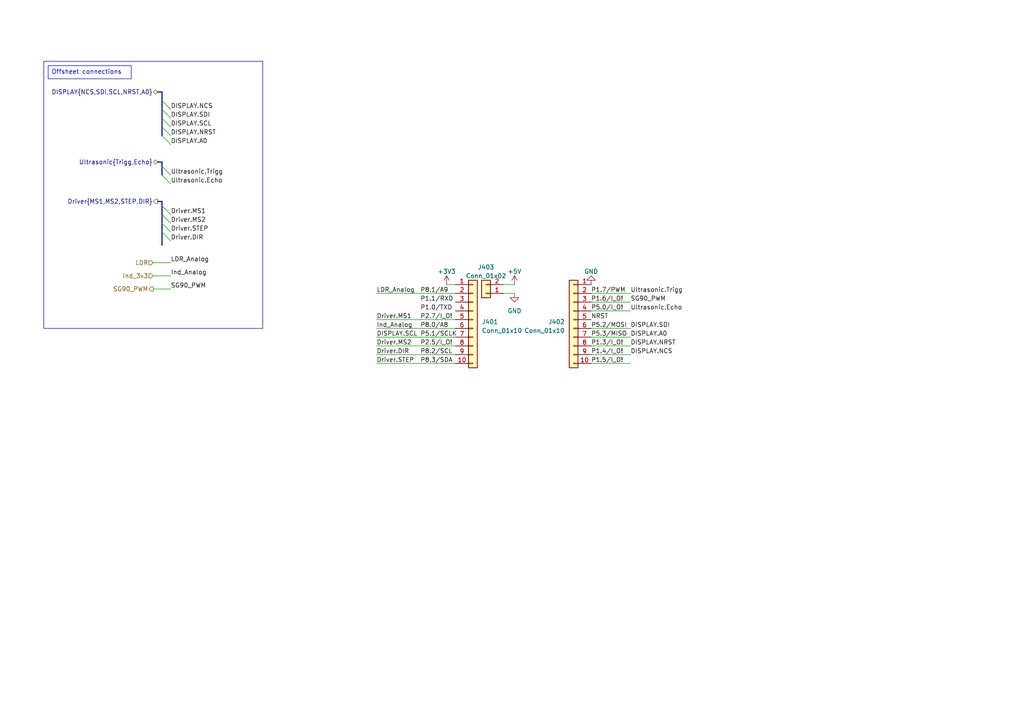
<source format=kicad_sch>
(kicad_sch (version 20231120) (generator "eeschema") (generator_version "8.0")
  (paper "A4")
  (lib_symbols
    (symbol "Connector_Generic:Conn_01x02" (pin_names (offset 1.016) hide)
      (property "Reference" "J" (at 0 2.54 0))
      (property "Value" "Conn_01x02" (at 0 -5.08 0))
      (symbol "Conn_01x02_1_1"
        (rectangle (start -1.27 -2.413) (end 0 -2.667) (stroke (width 0.1524)))
        (rectangle (start -1.27 0.127) (end 0 -0.127) (stroke (width 0.1524)))
        (rectangle (start -1.27 1.27) (end 1.27 -3.81) (stroke (width 0.254)) (fill (type background)))
        (pin passive line (at -5.08 0 0) (length 3.81) (name "Pin_1") (number "1"))
        (pin passive line (at -5.08 -2.54 0) (length 3.81) (name "Pin_2") (number "2"))
      )
    )
    (symbol "Connector_Generic:Conn_01x10" (pin_names (offset 1.016) hide)
      (property "Reference" "J" (at 0 12.7 0))
      (property "Value" "Conn_01x10" (at 0 -15.24 0))
      (symbol "Conn_01x10_1_1"
        (rectangle (start -1.27 -12.573) (end 0 -12.827) (stroke (width 0.1524)))
        (rectangle (start -1.27 -10.033) (end 0 -10.287) (stroke (width 0.1524)))
        (rectangle (start -1.27 -7.493) (end 0 -7.747) (stroke (width 0.1524)))
        (rectangle (start -1.27 -4.953) (end 0 -5.207) (stroke (width 0.1524)))
        (rectangle (start -1.27 -2.413) (end 0 -2.667) (stroke (width 0.1524)))
        (rectangle (start -1.27 0.127) (end 0 -0.127) (stroke (width 0.1524)))
        (rectangle (start -1.27 2.667) (end 0 2.413) (stroke (width 0.1524)))
        (rectangle (start -1.27 5.207) (end 0 4.953) (stroke (width 0.1524)))
        (rectangle (start -1.27 7.747) (end 0 7.493) (stroke (width 0.1524)))
        (rectangle (start -1.27 10.287) (end 0 10.033) (stroke (width 0.1524)))
        (rectangle (start -1.27 11.43) (end 1.27 -13.97) (stroke (width 0.254)) (fill (type background)))
        (pin passive line (at -5.08 10.16 0) (length 3.81) (name "Pin_1") (number "1"))
        (pin passive line (at -5.08 -12.7 0) (length 3.81) (name "Pin_10") (number "10"))
        (pin passive line (at -5.08 7.62 0) (length 3.81) (name "Pin_2") (number "2"))
        (pin passive line (at -5.08 5.08 0) (length 3.81) (name "Pin_3") (number "3"))
        (pin passive line (at -5.08 2.54 0) (length 3.81) (name "Pin_4") (number "4"))
        (pin passive line (at -5.08 0 0) (length 3.81) (name "Pin_5") (number "5"))
        (pin passive line (at -5.08 -2.54 0) (length 3.81) (name "Pin_6") (number "6"))
        (pin passive line (at -5.08 -5.08 0) (length 3.81) (name "Pin_7") (number "7"))
        (pin passive line (at -5.08 -7.62 0) (length 3.81) (name "Pin_8") (number "8"))
        (pin passive line (at -5.08 -10.16 0) (length 3.81) (name "Pin_9") (number "9"))
      )
    )
    (symbol "power:+3V3" (power) (pin_names (offset 0))
      (property "Value" "+3V3" (at 0 3.556 0))
      (symbol "+3V3_0_1"
        (polyline (pts (xy -0.762 1.27) (xy 0 2.54)))
        (polyline (pts (xy 0 0) (xy 0 2.54)))
        (polyline (pts (xy 0 2.54) (xy 0.762 1.27)))
      )
      (symbol "+3V3_1_1"
        (pin power_in line (at 0 0 90) (length 0) hide (name "+3V3") (number "1"))
      )
    )
    (symbol "power:+5V" (power) (pin_names (offset 0))
      (property "Value" "+5V" (at 0 3.556 0))
      (symbol "+5V_0_1"
        (polyline (pts (xy -0.762 1.27) (xy 0 2.54)))
        (polyline (pts (xy 0 0) (xy 0 2.54)))
        (polyline (pts (xy 0 2.54) (xy 0.762 1.27)))
      )
      (symbol "+5V_1_1"
        (pin power_in line (at 0 0 90) (length 0) hide (name "+5V") (number "1"))
      )
    )
    (symbol "power:GND" (power) (pin_names (offset 0))
      (property "Value" "GND" (at 0 -3.81 0))
      (symbol "GND_0_1"
        (polyline (pts (xy 0 0) (xy 0 -1.27) (xy 1.27 -1.27) (xy 0 -2.54) (xy -1.27 -1.27) (xy 0 -1.27)))
      )
      (symbol "GND_1_1"
        (pin power_in line (at 0 0 270) (length 0) hide (name "GND") (number "1"))
      )
    )
  )
  (bus_entry (at 46.99 67.31) (size 2.54 2.54))
  (bus_entry (at 46.99 64.77) (size 2.54 2.54))
  (bus_entry (at 46.99 36.83) (size 2.54 2.54))
  (bus_entry (at 46.99 59.69) (size 2.54 2.54))
  (bus_entry (at 46.99 31.75) (size 2.54 2.54))
  (bus_entry (at 46.99 39.37) (size 2.54 2.54))
  (bus_entry (at 46.99 29.21) (size 2.54 2.54))
  (bus_entry (at 46.99 48.26) (size 2.54 2.54))
  (bus_entry (at 46.99 34.29) (size 2.54 2.54))
  (bus_entry (at 46.99 50.8) (size 2.54 2.54))
  (bus_entry (at 46.99 62.23) (size 2.54 2.54))
  (wire (pts (xy 129.54 82.55) (xy 132.08 82.55)))
  (wire (pts (xy 44.45 76.2) (xy 49.53 76.2)))
  (wire (pts (xy 109.22 85.09) (xy 132.08 85.09)))
  (bus (pts (xy 46.99 46.99) (xy 46.99 48.26)))
  (wire (pts (xy 171.45 90.17) (xy 182.88 90.17)))
  (bus (pts (xy 46.99 36.83) (xy 46.99 39.37)))
  (bus (pts (xy 46.99 59.69) (xy 46.99 62.23)))
  (wire (pts (xy 146.05 85.09) (xy 149.225 85.09)))
  (bus (pts (xy 46.99 62.23) (xy 46.99 64.77)))
  (wire (pts (xy 171.45 95.25) (xy 182.88 95.25)))
  (wire (pts (xy 44.45 83.82) (xy 49.53 83.82)))
  (bus (pts (xy 46.99 67.31) (xy 46.99 71.12)))
  (wire (pts (xy 146.05 82.55) (xy 149.225 82.55)))
  (wire (pts (xy 171.45 87.63) (xy 182.88 87.63)))
  (wire (pts (xy 109.22 95.25) (xy 132.08 95.25)))
  (bus (pts (xy 45.72 46.99) (xy 46.99 46.99)))
  (wire (pts (xy 171.45 97.79) (xy 182.88 97.79)))
  (wire (pts (xy 171.45 85.09) (xy 182.88 85.09)))
  (wire (pts (xy 109.22 97.79) (xy 132.08 97.79)))
  (wire (pts (xy 171.45 100.33) (xy 182.88 100.33)))
  (bus (pts (xy 46.99 34.29) (xy 46.99 36.83)))
  (bus (pts (xy 46.99 58.42) (xy 46.99 59.69)))
  (bus (pts (xy 46.99 64.77) (xy 46.99 67.31)))
  (wire (pts (xy 171.45 102.87) (xy 182.88 102.87)))
  (bus (pts (xy 45.72 26.67) (xy 46.99 26.67)))
  (bus (pts (xy 46.99 26.67) (xy 46.99 29.21)))
  (wire (pts (xy 171.45 105.41) (xy 182.88 105.41)))
  (wire (pts (xy 109.22 102.87) (xy 132.08 102.87)))
  (bus (pts (xy 45.72 58.42) (xy 46.99 58.42)))
  (wire (pts (xy 44.45 80.01) (xy 49.53 80.01)))
  (wire (pts (xy 109.22 100.33) (xy 132.08 100.33)))
  (bus (pts (xy 46.99 48.26) (xy 46.99 50.8)))
  (bus (pts (xy 46.99 29.21) (xy 46.99 31.75)))
  (wire (pts (xy 109.22 105.41) (xy 132.08 105.41)))
  (bus (pts (xy 46.99 31.75) (xy 46.99 34.29)))
  (wire (pts (xy 109.22 92.71) (xy 132.08 92.71)))
  (rectangle (start 12.7 17.78) (end 76.2 95.25))
  (text_box "Offsheet connections" (at 13.97 19.05 0) (size 24.13 3.81) (effects (font (size 1.27 1.27)) (justify left top)))
  (label "LDR_Analog" (at 109.22 85.09 0))
  (label "P1.5{slash}I_O!" (at 171.45 105.41 0))
  (label "Driver.MS2" (at 49.53 64.77 0))
  (label "P8.0{slash}A8" (at 121.92 95.25 0))
  (label "DISPLAY.A0" (at 182.88 97.79 0))
  (label "P8.1{slash}A9" (at 121.92 85.09 0))
  (label "P5.2{slash}MOSI" (at 171.45 95.25 0))
  (label "Driver.MS2" (at 109.22 100.33 0))
  (label "DISPLAY.NCS" (at 49.53 31.75 0))
  (label "SG90_PWM" (at 182.88 87.63 0))
  (label "Driver.STEP" (at 49.53 67.31 0))
  (label "DISPLAY.SDI" (at 49.53 34.29 0))
  (label "Driver.DIR" (at 49.53 69.85 0))
  (label "P1.3{slash}I_O!" (at 171.45 100.33 0))
  (label "Driver.STEP" (at 109.22 105.41 0))
  (label "P1.7{slash}PWM" (at 171.45 85.09 0))
  (label "DISPLAY.NRST" (at 49.53 39.37 0))
  (label "Driver.MS1" (at 49.53 62.23 0))
  (label "P1.1{slash}RXD" (at 121.92 87.63 0))
  (label "Ultrasonic.Trigg" (at 49.53 50.8 0))
  (label "DISPLAY.SCL" (at 109.22 97.79 0))
  (label "DISPLAY.SDI" (at 182.88 95.25 0))
  (label "Ultrasonic.Echo" (at 182.88 90.17 0))
  (label "Ind_Analog" (at 49.53 80.01 0))
  (label "P8.3{slash}SDA" (at 121.92 105.41 0))
  (label "LDR_Analog" (at 49.53 76.2 0))
  (label "Ind_Analog" (at 109.22 95.25 0))
  (label "NRST" (at 171.45 92.71 0))
  (label "P8.2{slash}SCL" (at 121.92 102.87 0))
  (label "DISPLAY.NRST" (at 182.88 100.33 0))
  (label "Driver.DIR" (at 109.22 102.87 0))
  (label "DISPLAY.SCL" (at 49.53 36.83 0))
  (label "P5.0{slash}I_O!" (at 171.45 90.17 0))
  (label "P1.6{slash}I_O!" (at 171.45 87.63 0))
  (label "Ultrasonic.Trigg" (at 182.88 85.09 0))
  (label "SG90_PWM" (at 49.53 83.82 0))
  (label "P2.7{slash}I_O!" (at 121.92 92.71 0))
  (label "Ultrasonic.Echo" (at 49.53 53.34 0))
  (label "P1.4{slash}I_O!" (at 171.45 102.87 0))
  (label "P5.3{slash}MISO" (at 171.45 97.79 0))
  (label "DISPLAY.NCS" (at 182.88 102.87 0))
  (label "DISPLAY.A0" (at 49.53 41.91 0))
  (label "P5.1{slash}SCLK" (at 121.92 97.79 0))
  (label "P2.5{slash}I_O!" (at 121.92 100.33 0))
  (label "Driver.MS1" (at 109.22 92.71 0))
  (label "P1.0{slash}TXD" (at 121.92 90.17 0))
  (hierarchical_label "Ultrasonic{Trigg,Echo}" (shape bidirectional) (at 45.72 46.99 180))
  (hierarchical_label "DISPLAY{NCS,SDI,SCL,NRST,A0}" (shape bidirectional) (at 45.72 26.67 180))
  (hierarchical_label "Driver{MS1,MS2,STEP,DIR}" (shape output) (at 45.72 58.42 180))
  (hierarchical_label "Ind_3v3" (shape input) (at 44.45 80.01 180))
  (hierarchical_label "LDR" (shape input) (at 44.45 76.2 180))
  (hierarchical_label "SG90_PWM" (shape output) (at 44.45 83.82 180))
  (symbol (lib_id "power:+3V3") (at 129.54 82.55 0) (unit 1)
    (property "Reference" "#PWR0401" (effects (hide yes)))
    (property "Value" "+3V3" (at 129.54 78.74 0))
  )
  (symbol (lib_id "Connector_Generic:Conn_01x10") (at 137.16 92.71 0) (unit 1)
    (property "Reference" "J401" (at 139.7 93.345 0) (effects (justify left)))
    (property "Value" "Conn_01x10" (at 139.7 95.885 0) (effects (justify left)))
    (property "Footprint" "Connector_PinSocket_2.54mm:PinSocket_1x10_P2.54mm_Vertical" (effects (hide yes)))
  )
  (symbol (lib_id "power:GND") (at 149.225 85.09 0) (unit 1)
    (property "Reference" "#PWR0404" (effects (hide yes)))
    (property "Value" "GND" (at 149.225 90.17 0))
  )
  (symbol (lib_id "power:GND") (at 171.45 82.55 180) (unit 1)
    (property "Reference" "#PWR0402" (effects (hide yes)))
    (property "Value" "GND" (at 171.45 78.74 0))
  )
  (symbol (lib_id "power:+5V") (at 149.225 82.55 0) (unit 1)
    (property "Reference" "#PWR0403" (effects (hide yes)))
    (property "Value" "+5V" (at 149.225 78.74 0))
  )
  (symbol (lib_id "Connector_Generic:Conn_01x02") (at 140.97 85.09 180) (unit 1)
    (property "Reference" "J403" (at 140.97 77.47 0))
    (property "Value" "Conn_01x02" (at 140.97 80.01 0))
    (property "Footprint" "Connector_PinHeader_2.54mm:PinHeader_1x02_P2.54mm_Vertical" (effects (hide yes)))
  )
  (symbol (lib_id "Connector_Generic:Conn_01x10") (at 166.37 92.71 0) (mirror y) (unit 1)
    (property "Reference" "J402" (at 163.83 93.345 0) (effects (justify left)))
    (property "Value" "Conn_01x10" (at 163.83 95.885 0) (effects (justify left)))
    (property "Footprint" "Connector_PinSocket_2.54mm:PinSocket_1x10_P2.54mm_Vertical" (effects (hide yes)))
  )
)
</source>
